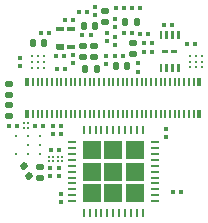
<source format=gbp>
%TF.GenerationSoftware,KiCad,Pcbnew,(6.0.0)*%
%TF.CreationDate,2022-12-05T09:44:38-05:00*%
%TF.ProjectId,headstage-16stim,68656164-7374-4616-9765-2d3136737469,A*%
%TF.SameCoordinates,Original*%
%TF.FileFunction,Paste,Bot*%
%TF.FilePolarity,Positive*%
%FSLAX46Y46*%
G04 Gerber Fmt 4.6, Leading zero omitted, Abs format (unit mm)*
G04 Created by KiCad (PCBNEW (6.0.0)) date 2022-12-05 09:44:38*
%MOMM*%
%LPD*%
G01*
G04 APERTURE LIST*
G04 Aperture macros list*
%AMRoundRect*
0 Rectangle with rounded corners*
0 $1 Rounding radius*
0 $2 $3 $4 $5 $6 $7 $8 $9 X,Y pos of 4 corners*
0 Add a 4 corners polygon primitive as box body*
4,1,4,$2,$3,$4,$5,$6,$7,$8,$9,$2,$3,0*
0 Add four circle primitives for the rounded corners*
1,1,$1+$1,$2,$3*
1,1,$1+$1,$4,$5*
1,1,$1+$1,$6,$7*
1,1,$1+$1,$8,$9*
0 Add four rect primitives between the rounded corners*
20,1,$1+$1,$2,$3,$4,$5,0*
20,1,$1+$1,$4,$5,$6,$7,0*
20,1,$1+$1,$6,$7,$8,$9,0*
20,1,$1+$1,$8,$9,$2,$3,0*%
%AMFreePoly0*
4,1,6,0.350000,-0.250000,-0.225000,-0.250000,-0.350000,-0.125000,-0.350000,0.250000,0.350000,0.250000,0.350000,-0.250000,0.350000,-0.250000,$1*%
G04 Aperture macros list end*
%ADD10RoundRect,0.079500X-0.100500X0.079500X-0.100500X-0.079500X0.100500X-0.079500X0.100500X0.079500X0*%
%ADD11RoundRect,0.079500X0.079500X0.100500X-0.079500X0.100500X-0.079500X-0.100500X0.079500X-0.100500X0*%
%ADD12RoundRect,0.079500X-0.079500X-0.100500X0.079500X-0.100500X0.079500X0.100500X-0.079500X0.100500X0*%
%ADD13RoundRect,0.140000X0.170000X-0.140000X0.170000X0.140000X-0.170000X0.140000X-0.170000X-0.140000X0*%
%ADD14RoundRect,0.140000X0.140000X0.170000X-0.140000X0.170000X-0.140000X-0.170000X0.140000X-0.170000X0*%
%ADD15C,0.250000*%
%ADD16RoundRect,0.140000X-0.140000X-0.170000X0.140000X-0.170000X0.140000X0.170000X-0.140000X0.170000X0*%
%ADD17RoundRect,0.140000X-0.170000X0.140000X-0.170000X-0.140000X0.170000X-0.140000X0.170000X0.140000X0*%
%ADD18RoundRect,0.079500X0.100500X-0.079500X0.100500X0.079500X-0.100500X0.079500X-0.100500X-0.079500X0*%
%ADD19C,0.200000*%
%ADD20R,0.250000X0.800000*%
%ADD21R,0.800000X0.250000*%
%ADD22R,1.500000X1.500000*%
%ADD23C,0.299999*%
%ADD24RoundRect,0.140000X-0.217224X0.036244X-0.077224X-0.206244X0.217224X-0.036244X0.077224X0.206244X0*%
%ADD25R,0.230000X0.660000*%
%ADD26R,0.350000X0.660000*%
%ADD27FreePoly0,0.000000*%
%ADD28R,0.700000X0.400000*%
G04 APERTURE END LIST*
%TO.C,U11*%
G36*
X129113576Y-56333576D02*
G01*
X128913576Y-56333576D01*
X128913576Y-56983576D01*
X129113576Y-56983576D01*
X129113576Y-56333576D01*
G37*
G36*
X128163576Y-58143576D02*
G01*
X127663576Y-58143576D01*
X127663576Y-57923576D01*
X128163576Y-57923576D01*
X128163576Y-58143576D01*
G37*
G36*
X128863576Y-58143576D02*
G01*
X128363576Y-58143576D01*
X128363576Y-57923576D01*
X128863576Y-57923576D01*
X128863576Y-58143576D01*
G37*
G36*
X128613576Y-59083576D02*
G01*
X128413576Y-59083576D01*
X128413576Y-59733576D01*
X128613576Y-59733576D01*
X128613576Y-59083576D01*
G37*
G36*
X128113576Y-59083576D02*
G01*
X127913576Y-59083576D01*
X127913576Y-59733576D01*
X128113576Y-59733576D01*
X128113576Y-59083576D01*
G37*
G36*
X127613576Y-56333576D02*
G01*
X127413576Y-56333576D01*
X127413576Y-56983576D01*
X127613576Y-56983576D01*
X127613576Y-56333576D01*
G37*
G36*
X127613576Y-59083576D02*
G01*
X127413576Y-59083576D01*
X127413576Y-59733576D01*
X127613576Y-59733576D01*
X127613576Y-59083576D01*
G37*
G36*
X129113576Y-59083576D02*
G01*
X128913576Y-59083576D01*
X128913576Y-59733576D01*
X129113576Y-59733576D01*
X129113576Y-59083576D01*
G37*
G36*
X128613576Y-56333576D02*
G01*
X128413576Y-56333576D01*
X128413576Y-56983576D01*
X128613576Y-56983576D01*
X128613576Y-56333576D01*
G37*
G36*
X128113576Y-56333576D02*
G01*
X127913576Y-56333576D01*
X127913576Y-56983576D01*
X128113576Y-56983576D01*
X128113576Y-56333576D01*
G37*
%TD*%
D10*
%TO.C,C24*%
X115610000Y-58585000D03*
X115610000Y-59275000D03*
%TD*%
D11*
%TO.C,C27*%
X118355000Y-65050000D03*
X119045000Y-65050000D03*
%TD*%
D12*
%TO.C,R13*%
X128555000Y-69940000D03*
X129245000Y-69940000D03*
%TD*%
%TO.C,R16*%
X117395000Y-56450000D03*
X118085000Y-56450000D03*
%TD*%
D10*
%TO.C,C65*%
X118870000Y-68605000D03*
X118870000Y-67915000D03*
%TD*%
%TO.C,C43*%
X123643576Y-57468576D03*
X123643576Y-56778576D03*
%TD*%
D11*
%TO.C,C28*%
X119045000Y-64350000D03*
X118355000Y-64350000D03*
%TD*%
D13*
%TO.C,C52*%
X122838576Y-55563576D03*
X122838576Y-54603576D03*
%TD*%
D14*
%TO.C,C54*%
X122090000Y-59490000D03*
X121130000Y-59490000D03*
%TD*%
D15*
%TO.C,U2*%
X116613576Y-58450000D03*
X116613576Y-58950000D03*
X116613576Y-59450000D03*
X117113576Y-58450000D03*
X117113576Y-58950000D03*
X117113576Y-59450000D03*
X117613576Y-58450000D03*
X117613576Y-58950000D03*
X117613576Y-59450000D03*
%TD*%
D11*
%TO.C,R2*%
X123693576Y-54383576D03*
X124383576Y-54383576D03*
%TD*%
D16*
%TO.C,C55*%
X124513576Y-55533576D03*
X125473576Y-55533576D03*
%TD*%
D10*
%TO.C,L10*%
X120113576Y-59028576D03*
X120113576Y-58338576D03*
%TD*%
D11*
%TO.C,L13*%
X119383576Y-59533576D03*
X118693576Y-59533576D03*
%TD*%
D12*
%TO.C,R22*%
X126068576Y-58033576D03*
X126758576Y-58033576D03*
%TD*%
%TO.C,C45*%
X124358576Y-58433576D03*
X123668576Y-58433576D03*
%TD*%
D11*
%TO.C,L16*%
X120108576Y-55383576D03*
X119418576Y-55383576D03*
%TD*%
%TO.C,C66*%
X118255000Y-66410000D03*
X118945000Y-66410000D03*
%TD*%
D14*
%TO.C,C23*%
X117660000Y-57320000D03*
X116700000Y-57320000D03*
%TD*%
D17*
%TO.C,C57*%
X120913576Y-57560000D03*
X120913576Y-58520000D03*
%TD*%
D11*
%TO.C,C49*%
X121583576Y-56633576D03*
X120893576Y-56633576D03*
%TD*%
D17*
%TO.C,C37*%
X117330000Y-67820000D03*
X117330000Y-68780000D03*
%TD*%
D12*
%TO.C,C47*%
X125058576Y-56433576D03*
X124368576Y-56433576D03*
%TD*%
D17*
%TO.C,C51*%
X121863576Y-57550000D03*
X121863576Y-58510000D03*
%TD*%
D14*
%TO.C,C56*%
X121943576Y-55833576D03*
X120983576Y-55833576D03*
%TD*%
D18*
%TO.C,C44*%
X123663576Y-55978576D03*
X123663576Y-55288576D03*
%TD*%
D10*
%TO.C,C48*%
X122943576Y-56438576D03*
X122943576Y-57128576D03*
%TD*%
D19*
%TO.C,U10*%
X118437500Y-67327500D03*
X118437500Y-66977500D03*
X118087500Y-67327500D03*
X118087500Y-66977500D03*
%TD*%
D20*
%TO.C,U1*%
X126000000Y-71700000D03*
X125500000Y-71700000D03*
X125000000Y-71700000D03*
X124500000Y-71700000D03*
X124000000Y-71700000D03*
X123500000Y-71700000D03*
X123000000Y-71700000D03*
X122500000Y-71700000D03*
X122000000Y-71700000D03*
X121500000Y-71700000D03*
X121000000Y-71700000D03*
D21*
X120000000Y-70700000D03*
X120000000Y-70200000D03*
X120000000Y-69700000D03*
X120000000Y-69200000D03*
X120000000Y-68700000D03*
X120000000Y-68200000D03*
X120000000Y-67700000D03*
X120000000Y-67200000D03*
X120000000Y-66700000D03*
X120000000Y-66200000D03*
X120000000Y-65700000D03*
D20*
X121000000Y-64700000D03*
X121500000Y-64700000D03*
X122000000Y-64700000D03*
X122500000Y-64700000D03*
X123000000Y-64700000D03*
X123500000Y-64700000D03*
X124000000Y-64700000D03*
X124500000Y-64700000D03*
X125000000Y-64700000D03*
X125500000Y-64700000D03*
X126000000Y-64700000D03*
D21*
X127000000Y-65700000D03*
X127000000Y-66200000D03*
X127000000Y-66700000D03*
X127000000Y-67200000D03*
X127000000Y-67700000D03*
X127000000Y-68200000D03*
X127000000Y-68700000D03*
X127000000Y-69200000D03*
X127000000Y-69700000D03*
X127000000Y-70200000D03*
X127000000Y-70700000D03*
D22*
X125300000Y-68200000D03*
X123500000Y-68200000D03*
X121700000Y-66400000D03*
X123500000Y-70000000D03*
X125300000Y-66400000D03*
X123500000Y-66400000D03*
X121700000Y-68200000D03*
X121700000Y-70000000D03*
X125300000Y-70000000D03*
%TD*%
D11*
%TO.C,R1*%
X125795000Y-54383576D03*
X125105000Y-54383576D03*
%TD*%
D19*
%TO.C,U5*%
X118835000Y-66975000D03*
X118835000Y-67325000D03*
X119185000Y-66975000D03*
X119185000Y-67325000D03*
%TD*%
D18*
%TO.C,L12*%
X125613576Y-59038576D03*
X125613576Y-59728576D03*
%TD*%
D10*
%TO.C,C22*%
X127940000Y-64555000D03*
X127940000Y-65245000D03*
%TD*%
%TO.C,C69*%
X118170000Y-67915000D03*
X118170000Y-68605000D03*
%TD*%
D12*
%TO.C,C67*%
X116855000Y-64300000D03*
X117545000Y-64300000D03*
%TD*%
D11*
%TO.C,C42*%
X127755000Y-55760000D03*
X128445000Y-55760000D03*
%TD*%
D17*
%TO.C,C32*%
X114640000Y-60760000D03*
X114640000Y-61720000D03*
%TD*%
D11*
%TO.C,C58*%
X119333576Y-58383576D03*
X118643576Y-58383576D03*
%TD*%
D18*
%TO.C,L11*%
X121988576Y-54953576D03*
X121988576Y-54263576D03*
%TD*%
D10*
%TO.C,R23*%
X119100000Y-70085000D03*
X119100000Y-70775000D03*
%TD*%
D23*
%TO.C,U13*%
X117299998Y-65149999D03*
X116300000Y-65150000D03*
X115300000Y-65150000D03*
X117300000Y-65950000D03*
X116300000Y-65950000D03*
X117300000Y-66750000D03*
X116300000Y-66750000D03*
X115300000Y-66750000D03*
%TD*%
D24*
%TO.C,C30*%
X115900000Y-67764308D03*
X116380000Y-68595692D03*
%TD*%
D11*
%TO.C,L15*%
X121288576Y-54643576D03*
X120598576Y-54643576D03*
%TD*%
D15*
%TO.C,U6*%
X130010000Y-59383576D03*
X130510000Y-59383576D03*
X131010000Y-59383576D03*
X130010000Y-58883576D03*
X130510000Y-58883576D03*
X131010000Y-58883576D03*
X130010000Y-58383576D03*
X130510000Y-58383576D03*
X131010000Y-58383576D03*
%TD*%
D16*
%TO.C,C53*%
X123733576Y-59283576D03*
X124693576Y-59283576D03*
%TD*%
D11*
%TO.C,R26*%
X129735000Y-57420000D03*
X130425000Y-57420000D03*
%TD*%
D17*
%TO.C,C50*%
X125203576Y-57313576D03*
X125203576Y-58273576D03*
%TD*%
D25*
%TO.C,J2*%
X130300000Y-63355000D03*
X130300000Y-60645000D03*
X129900000Y-63355000D03*
X129900000Y-60645000D03*
X129500000Y-63355000D03*
X129500000Y-60645000D03*
X129100000Y-63355000D03*
X129100000Y-60645000D03*
X128700000Y-63355000D03*
X128700000Y-60645000D03*
X128300000Y-63355000D03*
X128300000Y-60645000D03*
X127900000Y-63355000D03*
X127900000Y-60645000D03*
X127500000Y-63355000D03*
X127500000Y-60645000D03*
X127100000Y-63355000D03*
X127100000Y-60645000D03*
X126700000Y-63355000D03*
X126700000Y-60645000D03*
X126300000Y-63355000D03*
X126300000Y-60645000D03*
X125900000Y-63355000D03*
X125900000Y-60645000D03*
X125500000Y-63355000D03*
X125500000Y-60645000D03*
X125100000Y-63355000D03*
X125100000Y-60645000D03*
X124700000Y-63355000D03*
X124700000Y-60645000D03*
X124300000Y-63355000D03*
X124300000Y-60645000D03*
X123900000Y-63355000D03*
X123900000Y-60645000D03*
X123500000Y-63355000D03*
X123500000Y-60645000D03*
X123100000Y-63355000D03*
X123100000Y-60645000D03*
X122700000Y-63355000D03*
X122700000Y-60645000D03*
X122300000Y-63355000D03*
X122300000Y-60645000D03*
X121900000Y-63355000D03*
X121900000Y-60645000D03*
X121500000Y-63355000D03*
X121500000Y-60645000D03*
X121100000Y-63355000D03*
X121100000Y-60645000D03*
X120700000Y-63355000D03*
X120700000Y-60645000D03*
X120300000Y-63355000D03*
X120300000Y-60645000D03*
X119900000Y-63355000D03*
X119900000Y-60645000D03*
X119500000Y-63355000D03*
X119500000Y-60645000D03*
X119100000Y-63355000D03*
X119100000Y-60645000D03*
X118700000Y-63355000D03*
X118700000Y-60645000D03*
X118300000Y-63355000D03*
X118300000Y-60645000D03*
X117900000Y-63355000D03*
X117900000Y-60645000D03*
X117500000Y-63355000D03*
X117500000Y-60645000D03*
X117100000Y-63355000D03*
X117100000Y-60645000D03*
X116700000Y-63355000D03*
X116700000Y-60645000D03*
D26*
X130775000Y-63355000D03*
X130775000Y-60645000D03*
X116225000Y-63355000D03*
X116225000Y-60645000D03*
%TD*%
D27*
%TO.C,U12*%
X118963576Y-57608576D03*
D28*
X118963576Y-56108576D03*
X119913576Y-56108576D03*
X119913576Y-57658576D03*
%TD*%
D11*
%TO.C,C68*%
X114655000Y-64300000D03*
X115345000Y-64300000D03*
%TD*%
D12*
%TO.C,L14*%
X126458576Y-56533576D03*
X125768576Y-56533576D03*
%TD*%
D17*
%TO.C,C31*%
X114640000Y-62570000D03*
X114640000Y-63530000D03*
%TD*%
D19*
%TO.C,U9*%
X116275000Y-64125000D03*
X115925000Y-64125000D03*
X116275000Y-64475000D03*
X115925000Y-64475000D03*
%TD*%
D12*
%TO.C,R21*%
X126068576Y-57333576D03*
X126758576Y-57333576D03*
%TD*%
D10*
%TO.C,C46*%
X122913576Y-59068576D03*
X122913576Y-58378576D03*
%TD*%
M02*

</source>
